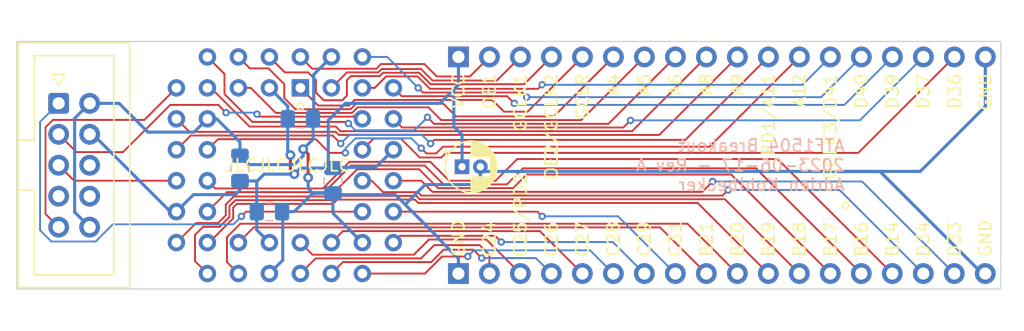
<source format=kicad_pcb>
(kicad_pcb (version 20221018) (generator pcbnew)
  (title_block (title "ATF1504 PLCC44 Breakout") (date "2023-06-17") (rev "A") (comment 2 "https://github.com/adrienkohlbecker/atf1504_plcc44_breakout") (comment 3 "Licensed under CERN-OHL-W v2") (comment 4 "Copyright © Adrien Kohlbecker"))
  (layers (0 "F.Cu" signal) (31 "B.Cu" signal) (34 "B.Paste" user) (35 "F.Paste" user) (36 "B.SilkS" user "B.Silkscreen") (37 "F.SilkS" user "F.Silkscreen") (38 "B.Mask" user) (39 "F.Mask" user) (44 "Edge.Cuts" user))
  (net 0 "")
  (net 1 "VCC")
  (net 2 "GND")
  (net 3 "/JTAG_TCK")
  (net 4 "/JTAG_TDO")
  (net 5 "/JTAG_TMS")
  (net 9 "/JTAG_TDI")
  (net 10 "/I{slash}OE1")
  (net 11 "/I{slash}GCLK1")
  (net 12 "/D41{slash}GCLK3")
  (net 13 "/D40")
  (net 14 "/D39")
  (net 15 "/D37")
  (net 16 "/D36")
  (net 17 "/D34")
  (net 18 "/D33")
  (net 19 "/C31")
  (net 20 "/C29")
  (net 21 "/C28")
  (net 22 "/C27")
  (net 23 "/C26")
  (net 24 "/C25{slash}PD2")
  (net 25 "/C24")
  (net 26 "/I{slash}GCLR")
  (net 27 "/I{slash}OE2{slash}GCLK2")
  (net 28 "/A4")
  (net 29 "/A5")
  (net 30 "/A6")
  (net 31 "/A8")
  (net 32 "/A9")
  (net 33 "/A11{slash}PD1")
  (net 34 "/A12")
  (net 35 "/B14")
  (net 36 "/B16")
  (net 37 "/B17")
  (net 38 "/B18")
  (net 39 "/B19")
  (net 40 "/B20")
  (net 41 "/B21")
  (footprint "Capacitor_THT:CP_Radial_D4.0mm_P1.50mm" (layer "F.Cu") (at 129.833401 62.357)
    (fp_text reference "C1" hide)
    (fp_text value "10u")
    (pad "1" thru_hole rect (at 0 0) (size 1.2 1.2) (drill 0.6) (layers "*.Cu" "*.Mask") (net 1 "VCC"))
    (pad "2" thru_hole circle (at 1.5 0) (size 1.2 1.2) (drill 0.6) (layers "*.Cu" "*.Mask") (net 2 "GND"))
  )
  (footprint "Package_LCC:PLCC-44_THT-Socket" (layer "F.Cu") (at 116.586 55.88)
    (fp_text reference "U1" hide)
    (fp_text value "ATF1504AS-xJx44")
    (pad "1" thru_hole rect (at 0 0) (size 1.4224 1.4224) (drill 0.8) (layers "*.Cu" "*.Mask") (net 26 "/I{slash}GCLR"))
    (pad "2" thru_hole circle (at -2.54 -2.54) (size 1.4224 1.4224) (drill 0.8) (layers "*.Cu" "*.Mask") (net 27 "/I{slash}OE2{slash}GCLK2"))
    (pad "3" thru_hole circle (at -2.54 0) (size 1.4224 1.4224) (drill 0.8) (layers "*.Cu" "*.Mask") (net 1 "VCC") (clearance 0.127))
    (pad "4" thru_hole circle (at -5.08 -2.54) (size 1.4224 1.4224) (drill 0.8) (layers "*.Cu" "*.Mask") (net 28 "/A4"))
    (pad "5" thru_hole circle (at -5.08 0) (size 1.4224 1.4224) (drill 0.8) (layers "*.Cu" "*.Mask") (net 29 "/A5"))
    (pad "6" thru_hole circle (at -7.62 -2.54) (size 1.4224 1.4224) (drill 0.8) (layers "*.Cu" "*.Mask") (net 30 "/A6"))
    (pad "7" thru_hole circle (at -10.16 0) (size 1.4224 1.4224) (drill 0.8) (layers "*.Cu" "*.Mask") (net 9 "/JTAG_TDI"))
    (pad "8" thru_hole circle (at -7.62 0) (size 1.4224 1.4224) (drill 0.8) (layers "*.Cu" "*.Mask") (net 31 "/A8"))
    (pad "9" thru_hole circle (at -10.16 2.54) (size 1.4224 1.4224) (drill 0.8) (layers "*.Cu" "*.Mask") (net 32 "/A9"))
    (pad "10" thru_hole circle (at -7.62 2.54) (size 1.4224 1.4224) (drill 0.8) (layers "*.Cu" "*.Mask") (net 2 "GND"))
    (pad "11" thru_hole circle (at -10.16 5.08) (size 1.4224 1.4224) (drill 0.8) (layers "*.Cu" "*.Mask") (net 33 "/A11{slash}PD1"))
    (pad "12" thru_hole circle (at -7.62 5.08) (size 1.4224 1.4224) (drill 0.8) (layers "*.Cu" "*.Mask") (net 34 "/A12"))
    (pad "13" thru_hole circle (at -10.16 7.62) (size 1.4224 1.4224) (drill 0.8) (layers "*.Cu" "*.Mask") (net 5 "/JTAG_TMS"))
    (pad "14" thru_hole circle (at -7.62 7.62) (size 1.4224 1.4224) (drill 0.8) (layers "*.Cu" "*.Mask") (net 35 "/B14"))
    (pad "15" thru_hole circle (at -10.16 10.16) (size 1.4224 1.4224) (drill 0.8) (layers "*.Cu" "*.Mask") (net 1 "VCC"))
    (pad "16" thru_hole circle (at -7.62 10.16) (size 1.4224 1.4224) (drill 0.8) (layers "*.Cu" "*.Mask") (net 36 "/B16"))
    (pad "17" thru_hole circle (at -10.16 12.7) (size 1.4224 1.4224) (drill 0.8) (layers "*.Cu" "*.Mask") (net 37 "/B17"))
    (pad "18" thru_hole circle (at -7.62 15.24) (size 1.4224 1.4224) (drill 0.8) (layers "*.Cu" "*.Mask") (net 38 "/B18"))
    (pad "19" thru_hole circle (at -7.62 12.7) (size 1.4224 1.4224) (drill 0.8) (layers "*.Cu" "*.Mask") (net 39 "/B19"))
    (pad "20" thru_hole circle (at -5.08 15.24) (size 1.4224 1.4224) (drill 0.8) (layers "*.Cu" "*.Mask") (net 40 "/B20"))
    (pad "21" thru_hole circle (at -5.08 12.7) (size 1.4224 1.4224) (drill 0.8) (layers "*.Cu" "*.Mask") (net 41 "/B21"))
    (pad "22" thru_hole circle (at -2.54 15.24) (size 1.4224 1.4224) (drill 0.8) (layers "*.Cu" "*.Mask") (net 2 "GND"))
    (pad "23" thru_hole circle (at -2.54 12.7) (size 1.4224 1.4224) (drill 0.8) (layers "*.Cu" "*.Mask") (net 1 "VCC"))
    (pad "24" thru_hole circle (at 0 15.24) (size 1.4224 1.4224) (drill 0.8) (layers "*.Cu" "*.Mask") (net 25 "/C24"))
    (pad "25" thru_hole circle (at 0 12.7) (size 1.4224 1.4224) (drill 0.8) (layers "*.Cu" "*.Mask") (net 24 "/C25{slash}PD2"))
    (pad "26" thru_hole circle (at 2.54 15.24) (size 1.4224 1.4224) (drill 0.8) (layers "*.Cu" "*.Mask") (net 23 "/C26"))
    (pad "27" thru_hole circle (at 2.54 12.7) (size 1.4224 1.4224) (drill 0.8) (layers "*.Cu" "*.Mask") (net 22 "/C27"))
    (pad "28" thru_hole circle (at 5.08 15.24) (size 1.4224 1.4224) (drill 0.8) (layers "*.Cu" "*.Mask") (net 21 "/C28"))
    (pad "29" thru_hole circle (at 7.62 12.7) (size 1.4224 1.4224) (drill 0.8) (layers "*.Cu" "*.Mask") (net 20 "/C29"))
    (pad "30" thru_hole circle (at 5.08 12.7) (size 1.4224 1.4224) (drill 0.8) (layers "*.Cu" "*.Mask") (net 2 "GND") (clearance 0.1397))
    (pad "31" thru_hole circle (at 7.62 10.16) (size 1.4224 1.4224) (drill 0.8) (layers "*.Cu" "*.Mask") (net 19 "/C31"))
    (pad "32" thru_hole circle (at 5.08 10.16) (size 1.4224 1.4224) (drill 0.8) (layers "*.Cu" "*.Mask") (net 3 "/JTAG_TCK"))
    (pad "33" thru_hole circle (at 7.62 7.62) (size 1.4224 1.4224) (drill 0.8) (layers "*.Cu" "*.Mask") (net 18 "/D33"))
    (pad "34" thru_hole circle (at 5.08 7.62) (size 1.4224 1.4224) (drill 0.8) (layers "*.Cu" "*.Mask") (net 17 "/D34"))
    (pad "35" thru_hole circle (at 7.62 5.08) (size 1.4224 1.4224) (drill 0.8) (layers "*.Cu" "*.Mask") (net 1 "VCC") (clearance 0.127))
    (pad "36" thru_hole circle (at 5.08 5.08) (size 1.4224 1.4224) (drill 0.8) (layers "*.Cu" "*.Mask") (net 16 "/D36"))
    (pad "37" thru_hole circle (at 7.62 2.54) (size 1.4224 1.4224) (drill 0.8) (layers "*.Cu" "*.Mask") (net 15 "/D37"))
    (pad "38" thru_hole circle (at 5.08 2.54) (size 1.4224 1.4224) (drill 0.8) (layers "*.Cu" "*.Mask") (net 4 "/JTAG_TDO"))
    (pad "39" thru_hole circle (at 7.62 0) (size 1.4224 1.4224) (drill 0.8) (layers "*.Cu" "*.Mask") (net 14 "/D39"))
    (pad "40" thru_hole circle (at 5.08 -2.54) (size 1.4224 1.4224) (drill 0.8) (layers "*.Cu" "*.Mask") (net 13 "/D40"))
    (pad "41" thru_hole circle (at 5.08 0) (size 1.4224 1.4224) (drill 0.8) (layers "*.Cu" "*.Mask") (net 12 "/D41{slash}GCLK3"))
    (pad "42" thru_hole circle (at 2.54 -2.54) (size 1.4224 1.4224) (drill 0.8) (layers "*.Cu" "*.Mask") (net 2 "GND") (clearance 0.127))
    (pad "43" thru_hole circle (at 2.54 0) (size 1.4224 1.4224) (drill 0.8) (layers "*.Cu" "*.Mask") (net 11 "/I{slash}GCLK1"))
    (pad "44" thru_hole circle (at 0 -2.54) (size 1.4224 1.4224) (drill 0.8) (layers "*.Cu" "*.Mask") (net 10 "/I{slash}OE1"))
  )
  (footprint "Connector_IDC:IDC-Header_2x05_P2.54mm_Vertical" (layer "F.Cu") (at 96.774 57.15)
    (fp_text reference "J1" hide)
    (fp_text value "Atmel-JTAG-10")
    (pad "1" thru_hole roundrect (at 0 0) (size 1.7 1.7) (drill 1) (layers "*.Cu" "*.Mask") (roundrect_rratio 0.1470588235) (net 3 "/JTAG_TCK"))
    (pad "2" thru_hole circle (at 2.54 0) (size 1.7 1.7) (drill 1) (layers "*.Cu" "*.Mask") (net 2 "GND"))
    (pad "3" thru_hole circle (at 0 2.54) (size 1.7 1.7) (drill 1) (layers "*.Cu" "*.Mask") (net 4 "/JTAG_TDO"))
    (pad "4" thru_hole circle (at 2.54 2.54) (size 1.7 1.7) (drill 1) (layers "*.Cu" "*.Mask") (net 1 "VCC"))
    (pad "5" thru_hole circle (at 0 5.08) (size 1.7 1.7) (drill 1) (layers "*.Cu" "*.Mask") (net 5 "/JTAG_TMS"))
    (pad "6" thru_hole circle (at 2.54 5.08) (size 1.7 1.7) (drill 1) (layers "*.Cu" "*.Mask"))
    (pad "7" thru_hole circle (at 0 7.62) (size 1.7 1.7) (drill 1) (layers "*.Cu" "*.Mask"))
    (pad "8" thru_hole circle (at 2.54 7.62) (size 1.7 1.7) (drill 1) (layers "*.Cu" "*.Mask"))
    (pad "9" thru_hole circle (at 0 10.16) (size 1.7 1.7) (drill 1) (layers "*.Cu" "*.Mask") (net 9 "/JTAG_TDI"))
    (pad "10" thru_hole circle (at 2.54 10.16) (size 1.7 1.7) (drill 1) (layers "*.Cu" "*.Mask") (net 2 "GND"))
  )
  (footprint "Capacitor_SMD:C_0805_2012Metric_Pad1.18x1.45mm_HandSolder" (layer "B.Cu") (at 114.046 66.04)
    (fp_text reference "C3" hide)
    (fp_text value "100n")
    (pad "1" smd roundrect (at -1.0375 0) (size 1.175 1.45) (layers "B.Cu" "B.Paste" "B.Mask") (roundrect_rratio 0.2127659574) (net 1 "VCC"))
    (pad "2" smd roundrect (at 1.0375 0) (size 1.175 1.45) (layers "B.Cu" "B.Paste" "B.Mask") (roundrect_rratio 0.2127659574) (net 2 "GND"))
  )
  (footprint "Capacitor_SMD:C_0805_2012Metric_Pad1.18x1.45mm_HandSolder" (layer "B.Cu") (at 111.633 62.484 90)
    (fp_text reference "C2" hide)
    (fp_text value "100n")
    (pad "1" smd roundrect (at -1.0375 0 90) (size 1.175 1.45) (layers "B.Cu" "B.Paste" "B.Mask") (roundrect_rratio 0.2127659574) (net 1 "VCC"))
    (pad "2" smd roundrect (at 1.0375 0 90) (size 1.175 1.45) (layers "B.Cu" "B.Paste" "B.Mask") (roundrect_rratio 0.2127659574) (net 2 "GND"))
  )
  (footprint "Capacitor_SMD:C_0805_2012Metric_Pad1.18x1.45mm_HandSolder" (layer "B.Cu") (at 119.253 63.5 -90)
    (fp_text reference "C5" hide)
    (fp_text value "100n")
    (pad "1" smd roundrect (at -1.0375 0 270) (size 1.175 1.45) (layers "B.Cu" "B.Paste" "B.Mask") (roundrect_rratio 0.2127659574) (net 1 "VCC"))
    (pad "2" smd roundrect (at 1.0375 0 270) (size 1.175 1.45) (layers "B.Cu" "B.Paste" "B.Mask") (roundrect_rratio 0.2127659574) (net 2 "GND"))
  )
  (footprint "Connector_PinHeader_2.54mm:PinHeader_1x18_P2.54mm_Vertical" (layer "B.Cu") (at 129.535 71.12 -90)
    (fp_text reference "J2" hide)
    (fp_text value "Conn_01x18")
    (pad "1" thru_hole rect (at 0 0 270) (size 1.7 1.7) (drill 1) (layers "*.Cu" "*.Mask") (net 2 "GND"))
    (pad "2" thru_hole oval (at 0 -2.54 270) (size 1.7 1.7) (drill 1) (layers "*.Cu" "*.Mask") (net 25 "/C24"))
    (pad "3" thru_hole oval (at 0 -5.08 270) (size 1.7 1.7) (drill 1) (layers "*.Cu" "*.Mask") (net 24 "/C25{slash}PD2"))
    (pad "4" thru_hole oval (at 0 -7.62 270) (size 1.7 1.7) (drill 1) (layers "*.Cu" "*.Mask") (net 23 "/C26"))
    (pad "5" thru_hole oval (at 0 -10.16 270) (size 1.7 1.7) (drill 1) (layers "*.Cu" "*.Mask") (net 22 "/C27"))
    (pad "6" thru_hole oval (at 0 -12.7 270) (size 1.7 1.7) (drill 1) (layers "*.Cu" "*.Mask") (net 21 "/C28"))
    (pad "7" thru_hole oval (at 0 -15.24 270) (size 1.7 1.7) (drill 1) (layers "*.Cu" "*.Mask") (net 20 "/C29"))
    (pad "8" thru_hole oval (at 0 -17.78 270) (size 1.7 1.7) (drill 1) (layers "*.Cu" "*.Mask") (net 19 "/C31"))
    (pad "9" thru_hole oval (at 0 -20.32 270) (size 1.7 1.7) (drill 1) (layers "*.Cu" "*.Mask") (net 41 "/B21"))
    (pad "10" thru_hole oval (at 0 -22.86 270) (size 1.7 1.7) (drill 1) (layers "*.Cu" "*.Mask") (net 40 "/B20"))
    (pad "11" thru_hole oval (at 0 -25.4 270) (size 1.7 1.7) (drill 1) (layers "*.Cu" "*.Mask") (net 39 "/B19"))
    (pad "12" thru_hole oval (at 0 -27.94 270) (size 1.7 1.7) (drill 1) (layers "*.Cu" "*.Mask") (net 38 "/B18"))
    (pad "13" thru_hole oval (at 0 -30.48 270) (size 1.7 1.7) (drill 1) (layers "*.Cu" "*.Mask") (net 37 "/B17"))
    (pad "14" thru_hole oval (at 0 -33.02 270) (size 1.7 1.7) (drill 1) (layers "*.Cu" "*.Mask") (net 36 "/B16"))
    (pad "15" thru_hole oval (at 0 -35.56 270) (size 1.7 1.7) (drill 1) (layers "*.Cu" "*.Mask") (net 35 "/B14"))
    (pad "16" thru_hole oval (at 0 -38.1 270) (size 1.7 1.7) (drill 1) (layers "*.Cu" "*.Mask") (net 17 "/D34"))
    (pad "17" thru_hole oval (at 0 -40.64 270) (size 1.7 1.7) (drill 1) (layers "*.Cu" "*.Mask") (net 18 "/D33"))
    (pad "18" thru_hole oval (at 0 -43.18 270) (size 1.7 1.7) (drill 1) (layers "*.Cu" "*.Mask") (net 2 "GND"))
  )
  (footprint "Connector_PinHeader_2.54mm:PinHeader_1x18_P2.54mm_Vertical" (layer "B.Cu") (at 129.54 53.34 -90)
    (fp_text reference "J3" hide)
    (fp_text value "Conn_01x18")
    (pad "1" thru_hole rect (at 0 0 270) (size 1.7 1.7) (drill 1) (layers "*.Cu" "*.Mask") (net 1 "VCC"))
    (pad "2" thru_hole oval (at 0 -2.54 270) (size 1.7 1.7) (drill 1) (layers "*.Cu" "*.Mask") (net 10 "/I{slash}OE1"))
    (pad "3" thru_hole oval (at 0 -5.08 270) (size 1.7 1.7) (drill 1) (layers "*.Cu" "*.Mask") (net 11 "/I{slash}GCLK1"))
    (pad "4" thru_hole oval (at 0 -7.62 270) (size 1.7 1.7) (drill 1) (layers "*.Cu" "*.Mask") (net 27 "/I{slash}OE2{slash}GCLK2"))
    (pad "5" thru_hole oval (at 0 -10.16 270) (size 1.7 1.7) (drill 1) (layers "*.Cu" "*.Mask") (net 26 "/I{slash}GCLR"))
    (pad "6" thru_hole oval (at 0 -12.7 270) (size 1.7 1.7) (drill 1) (layers "*.Cu" "*.Mask") (net 28 "/A4"))
    (pad "7" thru_hole oval (at 0 -15.24 270) (size 1.7 1.7) (drill 1) (layers "*.Cu" "*.Mask") (net 29 "/A5"))
    (pad "8" thru_hole oval (at 0 -17.78 270) (size 1.7 1.7) (drill 1) (layers "*.Cu" "*.Mask") (net 30 "/A6"))
    (pad "9" thru_hole oval (at 0 -20.32 270) (size 1.7 1.7) (drill 1) (layers "*.Cu" "*.Mask") (net 31 "/A8"))
    (pad "10" thru_hole oval (at 0 -22.86 270) (size 1.7 1.7) (drill 1) (layers "*.Cu" "*.Mask") (net 32 "/A9"))
    (pad "11" thru_hole oval (at 0 -25.4 270) (size 1.7 1.7) (drill 1) (layers "*.Cu" "*.Mask") (net 33 "/A11{slash}PD1"))
    (pad "12" thru_hole oval (at 0 -27.94 270) (size 1.7 1.7) (drill 1) (layers "*.Cu" "*.Mask") (net 34 "/A12"))
    (pad "13" thru_hole oval (at 0 -30.48 270) (size 1.7 1.7) (drill 1) (layers "*.Cu" "*.Mask") (net 12 "/D41{slash}GCLK3"))
    (pad "14" thru_hole oval (at 0 -33.02 270) (size 1.7 1.7) (drill 1) (layers "*.Cu" "*.Mask") (net 13 "/D40"))
    (pad "15" thru_hole oval (at 0 -35.56 270) (size 1.7 1.7) (drill 1) (layers "*.Cu" "*.Mask") (net 14 "/D39"))
    (pad "16" thru_hole oval (at 0 -38.1 270) (size 1.7 1.7) (drill 1) (layers "*.Cu" "*.Mask") (net 15 "/D37"))
    (pad "17" thru_hole oval (at 0 -40.64 270) (size 1.7 1.7) (drill 1) (layers "*.Cu" "*.Mask") (net 16 "/D36"))
    (pad "18" thru_hole oval (at 0 -43.18 270) (size 1.7 1.7) (drill 1) (layers "*.Cu" "*.Mask") (net 2 "GND"))
  )
  (footprint "Capacitor_SMD:C_0805_2012Metric_Pad1.18x1.45mm_HandSolder" (layer "B.Cu") (at 116.586 58.42)
    (fp_text reference "C4" hide)
    (fp_text value "100n")
    (pad "1" smd roundrect (at -1.0375 0) (size 1.175 1.45) (layers "B.Cu" "B.Paste" "B.Mask") (roundrect_rratio 0.2127659574) (net 1 "VCC"))
    (pad "2" smd roundrect (at 1.0375 0) (size 1.175 1.45) (layers "B.Cu" "B.Paste" "B.Mask") (roundrect_rratio 0.2127659574) (net 2 "GND"))
  )
  (gr_circle (center 161.29 65.532) (end 161.544 65.532) (stroke (width 0.15)) (fill none) (layer "F.SilkS"))
  (gr_rect (start 93.345 52.07) (end 173.99 72.39) (stroke (width 0.1)) (fill none) (layer "Edge.Cuts"))
  (gr_text "ATF1504 Breakout\n2023-06-17 - Rev A\nAdrien Kohlbecker" (at 161.29 62.23) (layer "B.SilkS") (effects (font (size 1 1)) (justify left mirror)))
  (gr_text "A8" (at 149.86 54.61 90) (layer "F.SilkS") (effects (font (size 1 1)) (justify right)))
  (gr_text "A12" (at 157.48 54.61 90) (layer "F.SilkS") (effects (font (size 1 1)) (justify right)))
  (gr_text "OE1" (at 132.08 54.61 90) (layer "F.SilkS") (effects (font (size 1 1)) (justify right)))
  (gr_text "A4" (at 142.24 54.61 90) (layer "F.SilkS") (effects (font (size 1 1)) (justify right)))
  (gr_text "D33" (at 170.18 69.85 90) (layer "F.SilkS") (effects (font (size 1 1)) (justify left)))
  (gr_text "C27" (at 139.7 69.85 90) (layer "F.SilkS") (effects (font (size 1 1)) (justify left)))
  (gr_text "JLCJLCJLCJLC" (at 115.57 62.23) (layer "F.SilkS") (effects (font (size 1 1))))
  (gr_text "C25/PD2" (at 134.62 69.85 90) (layer "F.SilkS") (effects (font (size 1 1)) (justify left)))
  (gr_text "GCLR" (at 139.7 54.61 90) (layer "F.SilkS") (effects (font (size 1 1)) (justify right)))
  (gr_text "VCC" (at 129.54 54.61 90) (layer "F.SilkS") (effects (font (size 1 1)) (justify right)))
  (gr_text "B14" (at 165.1 69.85 90) (layer "F.SilkS") (effects (font (size 1 1)) (justify left)))
  (gr_text "C31" (at 147.32 69.85 90) (layer "F.SilkS") (effects (font (size 1 1)) (justify left)))
  (gr_text "C24" (at 132.08 69.85 90) (layer "F.SilkS") (effects (font (size 1 1)) (justify left)))
  (gr_text "GND" (at 172.72 54.61 90) (layer "F.SilkS") (effects (font (size 1 1)) (justify right)))
  (gr_text "OE2/GCLK2" (at 137.16 54.61 90) (layer "F.SilkS") (effects (font (size 1 1)) (justify right)))
  (gr_text "PD1/A11" (at 154.94 54.61 90) (layer "F.SilkS") (effects (font (size 1 1)) (justify right)))
  (gr_text "D37" (at 167.64 54.61 90) (layer "F.SilkS") (effects (font (size 1 1)) (justify right)))
  (gr_text "C28" (at 142.24 69.85 90) (layer "F.SilkS") (effects (font (size 1 1)) (justify left)))
  (gr_text "B20" (at 152.4 69.85 90) (layer "F.SilkS") (effects (font (size 1 1)) (justify left)))
  (gr_text "B16" (at 162.56 69.85 90) (layer "F.SilkS") (effects (font (size 1 1)) (justify left)))
  (gr_text "D39" (at 165.1 54.61 90) (layer "F.SilkS") (effects (font (size 1 1)) (justify right)))
  (gr_text "D36" (at 170.18 54.61 90) (layer "F.SilkS") (effects (font (size 1 1)) (justify right)))
  (gr_text "B21" (at 149.86 69.85 90) (layer "F.SilkS") (effects (font (size 1 1)) (justify left)))
  (gr_text "D34" (at 167.64 69.85 90) (layer "F.SilkS") (effects (font (size 1 1)) (justify left)))
  (gr_text "C29" (at 144.78 69.85 90) (layer "F.SilkS") (effects (font (size 1 1)) (justify left)))
  (gr_text "C26" (at 137.16 69.85 90) (layer "F.SilkS") (effects (font (size 1 1)) (justify left)))
  (gr_text "A6" (at 147.32 54.61 90) (layer "F.SilkS") (effects (font (size 1 1)) (justify right)))
  (gr_text "GND" (at 129.54 69.85 90) (layer "F.SilkS") (effects (font (size 1 1)) (justify left)))
  (gr_text "GND" (at 172.72 69.85 90) (layer "F.SilkS") (effects (font (size 1 1)) (justify left)))
  (gr_text "B18" (at 157.48 69.85 90) (layer "F.SilkS") (effects (font (size 1 1)) (justify left)))
  (gr_text "GCLK1" (at 134.62 54.61 90) (layer "F.SilkS") (effects (font (size 1 1)) (justify right)))
  (gr_text "A9" (at 152.4 54.61 90) (layer "F.SilkS") (effects (font (size 1 1)) (justify right)))
  (gr_text "B17" (at 160.02 69.85 90) (layer "F.SilkS") (effects (font (size 1 1)) (justify left)))
  (gr_text "A5" (at 144.78 54.61 90) (layer "F.SilkS") (effects (font (size 1 1)) (justify right)))
  (gr_text "B19" (at 154.94 69.85 90) (layer "F.SilkS") (effects (font (size 1 1)) (justify left)))
  (gr_text "GCLK3/D41" (at 160.02 54.61 90) (layer "F.SilkS") (effects (font (size 1 1)) (justify right)))
  (gr_text "D40" (at 162.56 54.61 90) (layer "F.SilkS") (effects (font (size 1 1)) (justify right)))
  (segment (start 115.767783 62.637277) (end 116.088723 62.958217) (width 0.254) (layer "F.Cu") (net 1))
  (segment (start 115.767783 61.397217) (end 115.767783 62.637277) (width 0.254) (layer "F.Cu") (net 1))
  (via (at 116.088723 62.958217) (size 0.8) (drill 0.4) (layers "F.Cu" "B.Cu") (net 1))
  (via (at 115.767783 61.397217) (size 0.8) (drill 0.4) (layers "F.Cu" "B.Cu") (net 1))
  (segment (start 115.5485 58.42) (end 115.5485 61.177934) (width 0.254) (layer "B.Cu") (net 1))
  (segment (start 113.0515 63.5215) (end 113.614783 62.958217) (width 0.254) (layer "B.Cu") (net 1))
  (segment (start 129.833401 59.729401) (end 129.159 59.055) (width 0.254) (layer "B.Cu") (net 1))
  (segment (start 113.614783 62.958217) (end 116.088723 62.958217) (width 0.254) (layer "B.Cu") (net 1))
  (segment (start 111.633 63.5215) (end 111.633 64.262) (width 0.254) (layer "B.Cu") (net 1))
  (segment (start 128.016 57.15) (end 120.269 57.15) (width 0.254) (layer "B.Cu") (net 1))
  (segment (start 116.58444 62.4625) (end 116.088723 62.958217) (width 0.254) (layer "B.Cu") (net 1))
  (segment (start 119.253 62.4625) (end 116.58444 62.4625) (width 0.254) (layer "B.Cu") (net 1))
  (segment (start 118.872 58.547) (end 118.872 62.0815) (width 0.254) (layer "B.Cu") (net 1))
  (segment (start 111.252 64.643) (end 107.823 64.643) (width 0.254) (layer "B.Cu") (net 1))
  (segment (start 122.7582 62.4078) (end 124.206 60.96) (width 0.254) (layer "B.Cu") (net 1))
  (segment (start 115.5485 57.3825) (end 114.046 55.88) (width 0.254) (layer "B.Cu") (net 1))
  (segment (start 129.833401 59.729401) (end 129.833401 62.357) (width 0.254) (layer "B.Cu") (net 1))
  (segment (start 115.5485 58.42) (end 115.5485 57.3825) (width 0.254) (layer "B.Cu") (net 1))
  (segment (start 120.269 57.15) (end 118.872 58.547) (width 0.254) (layer "B.Cu") (net 1))
  (segment (start 99.5775 59.69) (end 105.9275 66.04) (width 0.254) (layer "B.Cu") (net 1))
  (segment (start 113.0085 67.5425) (end 114.046 68.58) (width 0.254) (layer "B.Cu") (net 1))
  (segment (start 113.0085 66.04) (end 113.0085 67.5425) (width 0.254) (layer "B.Cu") (net 1))
  (segment (start 107.823 64.643) (end 106.426 66.04) (width 0.254) (layer "B.Cu") (net 1))
  (segment (start 113.0085 66.04) (end 113.0085 63.5645) (width 0.254) (layer "B.Cu") (net 1))
  (segment (start 129.54 55.626) (end 129.54 53.34) (width 0.254) (layer "B.Cu") (net 1))
  (segment (start 113.0085 63.5645) (end 113.0515 63.5215) (width 0.254) (layer "B.Cu") (net 1))
  (segment (start 111.633 64.262) (end 111.252 64.643) (width 0.254) (layer "B.Cu") (net 1))
  (segment (start 115.5485 61.177934) (end 115.767783 61.397217) (width 0.254) (layer "B.Cu") (net 1))
  (segment (start 111.633 63.5215) (end 113.0515 63.5215) (width 0.254) (layer "B.Cu") (net 1))
  (segment (start 129.54 55.626) (end 128.016 57.15) (width 0.254) (layer "B.Cu") (net 1))
  (segment (start 129.159 59.055) (end 129.159 56.007) (width 0.254) (layer "B.Cu") (net 1))
  (segment (start 119.3077 62.4078) (end 122.7582 62.4078) (width 0.254) (layer "B.Cu") (net 1))
  (segment (start 129.159 56.007) (end 129.54 55.626) (width 0.254) (layer "B.Cu") (net 1))
  (segment (start 117.221 63.246) (end 117.221 61.319041) (width 0.254) (layer "F.Cu") (net 2))
  (segment (start 117.221 61.319041) (end 116.81273 60.910771) (width 0.254) (layer "F.Cu") (net 2))
  (via (at 116.81273 60.910771) (size 0.8) (drill 0.4) (layers "F.Cu" "B.Cu") (net 2))
  (via (at 117.221 63.246) (size 0.8) (drill 0.4) (layers "F.Cu" "B.Cu") (net 2))
  (segment (start 109.728 58.42) (end 108.966 58.42) (width 0.254) (layer "B.Cu") (net 2))
  (segment (start 101.727 57.15) (end 104.0892 59.5122) (width 0.254) (layer "B.Cu") (net 2))
  (segment (start 131.333401 63.357599) (end 131.333401 62.357) (width 0.254) (layer "B.Cu") (net 2))
  (segment (start 98.083 66.079) (end 99.314 67.31) (width 0.254) (layer "B.Cu") (net 2))
  (segment (start 117.6235 58.42) (end 117.6235 60.100001) (width 0.254) (layer "B.Cu") (net 2))
  (segment (start 124.353604 64.643) (end 119.3585 64.643) (width 0.254) (layer "B.Cu") (net 2))
  (segment (start 116.81273 61.456064) (end 116.81273 60.910771) (width 0.254) (layer "B.Cu") (net 2))
  (segment (start 129.535 71.12) (end 129.535 69.8871) (width 0.254) (layer "B.Cu") (net 2))
  (segment (start 111.633 61.4465) (end 112.364217 62.177717) (width 0.254) (layer "B.Cu") (net 2))
  (segment (start 107.8738 59.5122) (end 108.966 58.42) (width 0.254) (layer "B.Cu") (net 2))
  (segment (start 117.221 64.135) (end 117.221 63.246) (width 0.254) (layer "B.Cu") (net 2))
  (segment (start 111.633 61.4465) (end 111.633 60.325) (width 0.254) (layer "B.Cu") (net 2))
  (segment (start 116.091077 62.177717) (end 116.81273 61.456064) (width 0.254) (layer "B.Cu") (net 2))
  (segment (start 117.6782 54.7878) (end 119.126 53.34) (width 0.254) (layer "B.Cu") (net 2))
  (segment (start 117.7075 64.5375) (end 117.6235 64.5375) (width 0.254) (layer "B.Cu") (net 2))
  (segment (start 127.889 68.2411) (end 127.889 68.178396) (width 0.254) (layer "B.Cu") (net 2))
  (segment (start 167.386 62.738) (end 172.72 57.404) (width 0.254) (layer "B.Cu") (net 2))
  (segment (start 119.253 64.5375) (end 119.253 66.167) (width 0.254) (layer "B.Cu") (net 2))
  (segment (start 111.633 60.325) (end 109.728 58.42) (width 0.254) (layer "B.Cu") (net 2))
  (segment (start 160.528 62.738) (end 167.386 62.738) (width 0.254) (layer "B.Cu") (net 2))
  (segment (start 129.535 69.8871) (end 127.889 68.2411) (width 0.254) (layer "B.Cu") (net 2))
  (segment (start 117.6235 64.5375) (end 117.221 64.135) (width 0.254) (layer "B.Cu") (net 2))
  (segment (start 99.314 57.15) (end 98.083 58.381) (width 0.254) (layer "B.Cu") (net 2))
  (segment (start 130.8735 63.8175) (end 131.333401 63.357599) (width 0.254) (layer "B.Cu") (net 2))
  (segment (start 125.168802 65.458198) (end 126.8095 63.8175) (width 0.254) (layer "B.Cu") (net 2))
  (segment (start 99.314 57.15) (end 101.727 57.15) (width 0.254) (layer "B.Cu") (net 2))
  (segment (start 172.466 71.12) (end 164.084 62.738) (width 0.254) (layer "B.Cu") (net 2))
  (segment (start 172.72 53.34) (end 172.72 57.404) (width 0.254) (layer "B.Cu") (net 2))
  (segment (start 98.083 58.381) (end 98.083 66.079) (width 0.254) (layer "B.Cu") (net 2))
  (segment (start 119.253 66.167) (end 121.666 68.58) (width 0.254) (layer "B.Cu") (net 2))
  (segment (start 127.889 68.178396) (end 125.168802 65.458198) (width 0.254) (layer "B.Cu") (net 2))
  (segment (start 117.6782 58.3653) (end 117.6782 54.7878) (width 0.254) (layer "B.Cu") (net 2))
  (segment (start 119.253 64.5375) (end 117.7075 64.5375) (width 0.254) (layer "B.Cu") (net 2))
  (segment (start 117.6235 60.100001) (end 116.81273 60.910771) (width 0.254) (layer "B.Cu") (net 2))
  (segment (start 112.364217 62.177717) (end 116.091077 62.177717) (width 0.254) (layer "B.Cu") (net 2))
  (segment (start 164.084 62.738) (end 162.56 62.738) (width 0.254) (layer "B.Cu") (net 2))
  (segment (start 115.1382 70.0278) (end 114.046 71.12) (width 0.254) (layer "B.Cu") (net 2))
  (segment (start 104.0892 59.5122) (end 107.8738 59.5122) (width 0.254) (layer "B.Cu") (net 2))
  (segment (start 160.528 62.738) (end 162.56 62.738) (width 0.254) (layer "B.Cu") (net 2))
  (segment (start 117.5805 64.5375) (end 116.078 66.04) (width 0.254) (layer "B.Cu") (net 2))
  (segment (start 131.333401 62.357) (end 131.714401 62.738) (width 0.254) (layer "B.Cu") (net 2))
  (segment (start 131.714401 62.738) (end 160.528 62.738) (width 0.254) (layer "B.Cu") (net 2))
  (segment (start 126.8095 63.8175) (end 130.8735 63.8175) (width 0.254) (layer "B.Cu") (net 2))
  (segment (start 125.168802 65.458198) (end 124.353604 64.643) (width 0.254) (layer "B.Cu") (net 2))
  (segment (start 115.1382 66.0947) (end 115.1382 70.0278) (width 0.254) (layer "B.Cu") (net 2))
  (segment (start 117.7075 64.5375) (end 117.5805 64.5375) (width 0.254) (layer "B.Cu") (net 2))
  (segment (start 116.078 66.04) (end 115.0835 66.04) (width 0.254) (layer "B.Cu") (net 2))
  (segment (start 112.141 66.04) (end 111.76 66.421) (width 0.1524) (layer "F.Cu") (net 3))
  (segment (start 121.666 66.04) (end 112.141 66.04) (width 0.1524) (layer "F.Cu") (net 3))
  (via (at 111.76 66.421) (size 0.6) (drill 0.3) (layers "F.Cu" "B.Cu") (net 3))
  (segment (start 99.802855 68.4902) (end 101.211655 67.0814) (width 0.1524) (layer "B.Cu") (net 3))
  (segment (start 95.25 58.674) (end 95.25 67.564) (width 0.1524) (layer "B.Cu") (net 3))
  (segment (start 96.774 57.15) (end 95.25 58.674) (width 0.1524) (layer "B.Cu") (net 3))
  (segment (start 101.211655 67.0814) (end 111.0996 67.0814) (width 0.1524) (layer "B.Cu") (net 3))
  (segment (start 95.25 67.564) (end 96.1762 68.4902) (width 0.1524) (layer "B.Cu") (net 3))
  (segment (start 96.1762 68.4902) (end 99.802855 68.4902) (width 0.1524) (layer "B.Cu") (net 3))
  (segment (start 111.0996 67.0814) (end 111.76 66.421) (width 0.1524) (layer "B.Cu") (net 3))
  (segment (start 98.2354 61.1514) (end 102.0436 61.1514) (width 0.1524) (layer "F.Cu") (net 4))
  (segment (start 96.774 59.69) (end 98.2354 61.1514) (width 0.1524) (layer "F.Cu") (net 4))
  (segment (start 121.124366 58.062903) (end 121.261097 58.062903) (width 0.1524) (layer "F.Cu") (net 4))
  (segment (start 113.231204 58.240204) (end 120.947064 58.240204) (width 0.1524) (layer "F.Cu") (net 4))
  (segment (start 105.918 57.277) (end 109.855 57.277) (width 0.1524) (layer "F.Cu") (net 4))
  (segment (start 120.947064 58.240204) (end 121.124366 58.062903) (width 0.1524) (layer "F.Cu") (net 4))
  (segment (start 109.855 57.277) (end 110.49 57.912) (width 0.1524) (layer "F.Cu") (net 4))
  (segment (start 102.0436 61.1514) (end 105.918 57.277) (width 0.1524) (layer "F.Cu") (net 4))
  (segment (start 113.03 58.039) (end 113.231204 58.240204) (width 0.1524) (layer "F.Cu") (net 4))
  (via (at 110.49 57.912) (size 0.6) (drill 0.3) (layers "F.Cu" "B.Cu") (net 4))
  (via (at 113.03 58.039) (size 0.6) (drill 0.3) (layers "F.Cu" "B.Cu") (net 4))
  (segment (start 112.903 57.912) (end 113.03 58.039) (width 0.1524) (layer "B.Cu") (net 4))
  (segment (start 110.49 57.912) (end 112.903 57.912) (width 0.1524) (layer "B.Cu") (net 4))
  (segment (start 96.774 62.23) (end 98.044 63.5) (width 0.1524) (layer "F.Cu") (net 5))
  (segment (start 98.044 63.5) (end 106.426 63.5) (width 0.1524) (layer "F.Cu") (net 5))
  (segment (start 95.6954 66.2314) (end 95.6954 59.1176) (width 0.1524) (layer "F.Cu") (net 9))
  (segment (start 96.3032 58.5098) (end 103.7962 58.5098) (width 0.1524) (layer "F.Cu") (net 9))
  (segment (start 96.774 67.31) (end 95.6954 66.2314) (width 0.1524) (layer "F.Cu") (net 9))
  (segment (start 95.6954 59.1176) (end 96.3032 58.5098) (width 0.1524) (layer "F.Cu") (net 9))
  (segment (start 103.7962 58.5098) (end 106.426 55.88) (width 0.1524) (layer "F.Cu") (net 9))
  (segment (start 127.761046 54.940699) (end 126.745046 53.924699) (width 0.1524) (layer "F.Cu") (net 10))
  (segment (start 122.809954 54.305699) (end 117.551699 54.305699) (width 0.1524) (layer "F.Cu") (net 10))
  (segment (start 123.190954 53.924699) (end 122.809954 54.305699) (width 0.1524) (layer "F.Cu") (net 10))
  (segment (start 126.745046 53.924699) (end 123.190954 53.924699) (width 0.1524) (layer "F.Cu") (net 10))
  (segment (start 117.551699 54.305699) (end 116.586 53.34) (width 0.1524) (layer "F.Cu") (net 10))
  (segment (start 132.08 53.34) (end 130.479301 54.940699) (width 0.1524) (layer "F.Cu") (net 10))
  (segment (start 130.479301 54.940699) (end 127.761046 54.940699) (width 0.1524) (layer "F.Cu") (net 10))
  (segment (start 119.126 55.88) (end 120.396 54.61) (width 0.1524) (layer "F.Cu") (net 11))
  (segment (start 123.24271 54.331598) (end 126.467598 54.331598) (width 0.1524) (layer "F.Cu") (net 11))
  (segment (start 132.686001 55.273999) (end 134.62 53.34) (width 0.1524) (layer "F.Cu") (net 11))
  (segment (start 126.467598 54.331598) (end 127.409999 55.273999) (width 0.1524) (layer "F.Cu") (net 11))
  (segment (start 122.964308 54.61) (end 123.24271 54.331598) (width 0.1524) (layer "F.Cu") (net 11))
  (segment (start 120.396 54.61) (end 122.964308 54.61) (width 0.1524) (layer "F.Cu") (net 11))
  (segment (start 127.409999 55.273999) (end 132.686001 55.273999) (width 0.1524) (layer "F.Cu") (net 11))
  (segment (start 127.203699 55.956699) (end 136.067301 55.956699) (width 0.1524) (layer "F.Cu") (net 12))
  (segment (start 121.666 55.88) (end 122.671788 55.88) (width 0.1524) (layer "F.Cu") (net 12))
  (segment (start 126.1872 54.9402) (end 127.203699 55.956699) (width 0.1524) (layer "F.Cu") (net 12))
  (segment (start 123.611588 54.9402) (end 126.1872 54.9402) (width 0.1524) (layer "F.Cu") (net 12))
  (segment (start 122.671788 55.88) (end 123.611588 54.9402) (width 0.1524) (layer "F.Cu") (net 12))
  (segment (start 136.067301 55.956699) (end 136.398 55.626) (width 0.1524) (layer "F.Cu") (net 12))
  (via (at 136.398 55.626) (size 0.6) (drill 0.3) (layers "F.Cu" "B.Cu") (net 12))
  (segment (start 157.734 55.626) (end 136.398 55.626) (width 0.1524) (layer "B.Cu") (net 12))
  (segment (start 160.02 53.34) (end 157.734 55.626) (width 0.1524) (layer "B.Cu") (net 12))
  (segment (start 126.238002 55.88) (end 126.619 56.261) (width 0.1524) (layer "F.Cu") (net 13))
  (segment (start 126.619 56.261) (end 134.74701 56.261) (width 0.1524) (layer "F.Cu") (net 13))
  (segment (start 134.74701 56.261) (end 135.128 56.64199) (width 0.1524) (layer "F.Cu") (net 13))
  (via (at 135.128 56.64199) (size 0.6) (drill 0.3) (layers "F.Cu" "B.Cu") (net 13))
  (via (at 126.238002 55.88) (size 0.6) (drill 0.3) (layers "F.Cu" "B.Cu") (net 13))
  (segment (start 159.25801 56.64199) (end 135.128 56.64199) (width 0.1524) (layer "B.Cu") (net 13))
  (segment (start 123.698002 53.34) (end 121.666 53.34) (width 0.1524) (layer "B.Cu") (net 13))
  (segment (start 126.238002 55.88) (end 123.698002 53.34) (width 0.1524) (layer "B.Cu") (net 13))
  (segment (start 162.56 53.34) (end 159.25801 56.64199) (width 0.1524) (layer "B.Cu") (net 13))
  (segment (start 133.527301 56.565301) (end 134.112 57.15) (width 0.1524) (layer "F.Cu") (net 14))
  (segment (start 124.891301 56.565301) (end 133.527301 56.565301) (width 0.1524) (layer "F.Cu") (net 14))
  (segment (start 124.206 55.88) (end 124.891301 56.565301) (width 0.1524) (layer "F.Cu") (net 14))
  (via (at 134.112 57.15) (size 0.6) (drill 0.3) (layers "F.Cu" "B.Cu") (net 14))
  (segment (start 161.163 57.277) (end 134.239 57.277) (width 0.1524) (layer "B.Cu") (net 14))
  (segment (start 134.239 57.277) (end 134.112 57.15) (width 0.1524) (layer "B.Cu") (net 14))
  (segment (start 165.1 53.34) (end 161.163 57.277) (width 0.1524) (layer "B.Cu") (net 14))
  (segment (start 124.918697 59.132697) (end 143.051303 59.132697) (width 0.1524) (layer "F.Cu") (net 15))
  (segment (start 124.206 58.42) (end 124.918697 59.132697) (width 0.1524) (layer "F.Cu") (net 15))
  (segment (start 143.051303 59.132697) (end 143.637 58.547) (width 0.1524) (layer "F.Cu") (net 15))
  (via (at 143.637 58.547) (size 0.6) (drill 0.3) (layers "F.Cu" "B.Cu") (net 15))
  (segment (start 162.433 58.547) (end 143.637 58.547) (width 0.1524) (layer "B.Cu") (net 15))
  (segment (start 167.64 53.34) (end 162.433 58.547) (width 0.1524) (layer "B.Cu") (net 15))
  (segment (start 121.666 60.96) (end 122.5804 60.0456) (width 0.1524) (layer "F.Cu") (net 16))
  (segment (start 128.143 61.595) (end 128.524 61.214) (width 0.1524) (layer "F.Cu") (net 16))
  (segment (start 162.306 61.214) (end 170.18 53.34) (width 0.1524) (layer "F.Cu") (net 16))
  (segment (start 122.5804 60.0456) (end 124.8156 60.0456) (width 0.1524) (layer "F.Cu") (net 16))
  (segment (start 128.524 61.214) (end 162.306 61.214) (width 0.1524) (layer "F.Cu") (net 16))
  (segment (start 124.8156 60.0456) (end 126.365 61.595) (width 0.1524) (layer "F.Cu") (net 16))
  (segment (start 126.365 61.595) (end 128.143 61.595) (width 0.1524) (layer "F.Cu") (net 16))
  (segment (start 151.180792 64.7192) (end 151.638 64.261992) (width 0.1524) (layer "F.Cu") (net 17))
  (segment (start 126.215592 64.4398) (end 126.494992 64.7192) (width 0.1524) (layer "F.Cu") (net 17))
  (segment (start 121.666 63.5) (end 122.428 63.5) (width 0.1524) (layer "F.Cu") (net 17))
  (segment (start 122.428 63.5) (end 123.3678 64.4398) (width 0.1524) (layer "F.Cu") (net 17))
  (segment (start 126.494992 64.7192) (end 151.180792 64.7192) (width 0.1524) (layer "F.Cu") (net 17))
  (segment (start 123.3678 64.4398) (end 126.215592 64.4398) (width 0.1524) (layer "F.Cu") (net 17))
  (via (at 151.638 64.261992) (size 0.6) (drill 0.3) (layers "F.Cu" "B.Cu") (net 17))
  (segment (start 167.635 71.12) (end 160.776992 64.261992) (width 0.1524) (layer "B.Cu") (net 17))
  (segment (start 160.776992 64.261992) (end 151.638 64.261992) (width 0.1524) (layer "B.Cu") (net 17))
  (segment (start 149.5171 64.4144) (end 150.368 63.5635) (width 0.1524) (layer "F.Cu") (net 18))
  (segment (start 126.492 63.5) (end 127.4064 64.4144) (width 0.1524) (layer "F.Cu") (net 18))
  (segment (start 127.4064 64.4144) (end 149.5171 64.4144) (width 0.1524) (layer "F.Cu") (net 18))
  (segment (start 124.206 63.5) (end 126.492 63.5) (width 0.1524) (layer "F.Cu") (net 18))
  (via (at 150.368 63.5635) (size 0.6) (drill 0.3) (layers "F.Cu" "B.Cu") (net 18))
  (segment (start 170.175 71.12) (end 162.6185 63.5635) (width 0.1524) (layer "B.Cu") (net 18))
  (segment (start 162.6185 63.5635) (end 150.368 63.5635) (width 0.1524) (layer "B.Cu") (net 18))
  (segment (start 124.206 66.04) (end 136.017 66.04) (width 0.1524) (layer "F.Cu") (net 19))
  (segment (start 136.017 66.04) (end 136.398 66.421) (width 0.1524) (layer "F.Cu") (net 19))
  (via (at 136.398 66.421) (size 0.6) (drill 0.3) (layers "F.Cu" "B.Cu") (net 19))
  (segment (start 142.616 66.421) (end 147.315 71.12) (width 0.1524) (layer "B.Cu") (net 19))
  (segment (start 136.398 66.421) (end 142.616 66.421) (width 0.1524) (layer "B.Cu") (net 19))
  (segment (start 124.206 68.58) (end 124.764301 68.021699) (width 0.1524) (layer "F.Cu") (net 20))
  (segment (start 124.764301 68.021699) (end 132.537699 68.021699) (width 0.1524) (layer "F.Cu") (net 20))
  (segment (start 132.537699 68.021699) (end 133.0483 68.5323) (width 0.1524) (layer "F.Cu") (net 20))
  (via (at 133.0483 68.5323) (size 0.6) (drill 0.3) (layers "F.Cu" "B.Cu") (net 20))
  (segment (start 142.1873 68.5323) (end 133.0483 68.5323) (width 0.1524) (layer "B.Cu") (net 20))
  (segment (start 144.775 71.12) (end 142.1873 68.5323) (width 0.1524) (layer "B.Cu") (net 20))
  (segment (start 128.192346 69.723) (end 130.295498 69.723) (width 0.1524) (layer "F.Cu") (net 21))
  (segment (start 126.795346 71.12) (end 128.192346 69.723) (width 0.1524) (layer "F.Cu") (net 21))
  (segment (start 130.295498 69.723) (end 130.302 69.716498) (width 0.1524) (layer "F.Cu") (net 21))
  (segment (start 121.666 71.12) (end 126.795346 71.12) (width 0.1524) (layer "F.Cu") (net 21))
  (via (at 130.302 69.716498) (size 0.6) (drill 0.3) (layers "F.Cu" "B.Cu") (net 21))
  (segment (start 142.235 71.12) (end 140.33 69.215) (width 0.1524) (layer "B.Cu") (net 21))
  (segment (start 140.33 69.215) (end 130.803498 69.215) (width 0.1524) (layer "B.Cu") (net 21))
  (segment (start 130.803498 69.215) (end 130.302 69.716498) (width 0.1524) (layer "B.Cu") (net 21))
  (segment (start 119.126 68.58) (end 120.0658 67.6402) (width 0.1524) (layer "F.Cu") (net 22))
  (segment (start 120.0658 67.6402) (end 136.2152 67.6402) (width 0.1524) (layer "F.Cu") (net 22))
  (segment (start 136.2152 67.6402) (end 139.695 71.12) (width 0.1524) (layer "F.Cu") (net 22))
  (segment (start 127.3048 70.1802) (end 128.324202 69.160798) (width 0.1524) (layer "F.Cu") (net 23))
  (segment (start 130.755798 69.160798) (end 131.445 69.85) (width 0.1524) (layer "F.Cu") (net 23))
  (segment (start 120.0658 70.1802) (end 127.3048 70.1802) (width 0.1524) (layer "F.Cu") (net 23))
  (segment (start 119.126 71.12) (end 120.0658 70.1802) (width 0.1524) (layer "F.Cu") (net 23))
  (segment (start 128.324202 69.160798) (end 130.755798 69.160798) (width 0.1524) (layer "F.Cu") (net 23))
  (via (at 131.445 69.85) (size 0.6) (drill 0.3) (layers "F.Cu" "B.Cu") (net 23))
  (segment (start 135.885 69.85) (end 131.445 69.85) (width 0.1524) (layer "B.Cu") (net 23))
  (segment (start 137.155 71.12) (end 135.885 69.85) (width 0.1524) (layer "B.Cu") (net 23))
  (segment (start 132.08 68.585) (end 134.615 71.12) (width 0.1524) (layer "F.Cu") (net 24))
  (segment (start 125.881402 69.571598) (end 127.127 68.326) (width 0.1524) (layer "F.Cu") (net 24))
  (segment (start 132.08 68.58) (end 132.08 68.585) (width 0.1524) (layer "F.Cu") (net 24))
  (segment (start 116.586 68.58) (end 117.577598 69.571598) (width 0.1524) (layer "F.Cu") (net 24))
  (segment (start 117.577598 69.571598) (end 125.881402 69.571598) (width 0.1524) (layer "F.Cu") (net 24))
  (segment (start 127.127 68.326) (end 131.826 68.326) (width 0.1524) (layer "F.Cu") (net 24))
  (segment (start 131.826 68.326) (end 132.08 68.58) (width 0.1524) (layer "F.Cu") (net 24))
  (segment (start 127.5557 68.7863) (end 131.2703 68.7863) (width 0.1524) (layer "F.Cu") (net 25))
  (segment (start 117.830101 69.875899) (end 126.466101 69.875899) (width 0.1524) (layer "F.Cu") (net 25))
  (segment (start 126.466101 69.875899) (end 127.5557 68.7863) (width 0.1524) (layer "F.Cu") (net 25))
  (segment (start 132.075 69.591) (end 132.075 71.12) (width 0.1524) (layer "F.Cu") (net 25))
  (segment (start 116.586 71.12) (end 117.830101 69.875899) (width 0.1524) (layer "F.Cu") (net 25))
  (segment (start 131.2703 68.7863) (end 132.075 69.591) (width 0.1524) (layer "F.Cu") (net 25))
  (segment (start 133.2707 57.8327) (end 132.307602 56.869602) (width 0.1524) (layer "F.Cu") (net 26))
  (segment (start 132.307602 56.869602) (end 121.026627 56.869602) (width 0.1524) (layer "F.Cu") (net 26))
  (segment (start 120.568928 57.327301) (end 118.033301 57.327301) (width 0.1524) (layer "F.Cu") (net 26))
  (segment (start 135.2073 57.8327) (end 133.2707 57.8327) (width 0.1524) (layer "F.Cu") (net 26))
  (segment (start 121.026627 56.869602) (end 120.568928 57.327301) (width 0.1524) (layer "F.Cu") (net 26))
  (segment (start 139.7 53.34) (end 135.2073 57.8327) (width 0.1524) (layer "F.Cu") (net 26))
  (segment (start 118.033301 57.327301) (end 116.586 55.88) (width 0.1524) (layer "F.Cu") (net 26))
  (segment (start 120.396 55.245) (end 120.396 56.515) (width 0.1524) (layer "F.Cu") (net 27))
  (segment (start 127.255646 55.5783) (end 126.313245 54.635899) (width 0.1524) (layer "F.Cu") (net 27))
  (segment (start 118.491 56.896) (end 117.856 56.261) (width 0.1524) (layer "F.Cu") (net 27))
  (segment (start 117.856 55.245) (end 117.221 54.61) (width 0.1524) (layer "F.Cu") (net 27))
  (segment (start 115.316 54.61) (end 114.046 53.34) (width 0.1524) (layer "F.Cu") (net 27))
  (segment (start 117.221 54.61) (end 115.316 54.61) (width 0.1524) (layer "F.Cu") (net 27))
  (segment (start 120.015 56.896) (end 118.491 56.896) (width 0.1524) (layer "F.Cu") (net 27))
  (segment (start 134.9217 55.5783) (end 127.255646 55.5783) (width 0.1524) (layer "F.Cu") (net 27))
  (segment (start 120.726699 54.914301) (end 120.396 55.245) (width 0.1524) (layer "F.Cu") (net 27))
  (segment (start 123.368755 54.635899) (end 123.090353 54.914301) (width 0.1524) (layer "F.Cu") (net 27))
  (segment (start 117.856 56.261) (end 117.856 55.245) (width 0.1524) (layer "F.Cu") (net 27))
  (segment (start 120.396 56.515) (end 120.015 56.896) (width 0.1524) (layer "F.Cu") (net 27))
  (segment (start 126.313245 54.635899) (end 123.368755 54.635899) (width 0.1524) (layer "F.Cu") (net 27))
  (segment (start 123.090353 54.914301) (end 120.726699 54.914301) (width 0.1524) (layer "F.Cu") (net 27))
  (segment (start 137.16 53.34) (end 134.9217 55.5783) (width 0.1524) (layer "F.Cu") (net 27))
  (segment (start 128.295899 57.175899) (end 129.339794 58.219794) (width 0.1524) (layer "F.Cu") (net 28))
  (segment (start 137.360206 58.219794) (end 142.24 53.34) (width 0.1524) (layer "F.Cu") (net 28))
  (segment (start 120.694974 57.631602) (end 121.150677 57.175899) (width 0.1524) (layer "F.Cu") (net 28))
  (segment (start 115.264701 56.717701) (end 116.178602 57.631602) (width 0.1524) (layer "F.Cu") (net 28))
  (segment (start 115.264701 55.574701) (end 115.264701 56.717701) (width 0.1524) (layer "F.Cu") (net 28))
  (segment (start 129.339794 58.219794) (end 137.360206 58.219794) (width 0.1524) (layer "F.Cu") (net 28))
  (segment (start 121.150677 57.175899) (end 128.295899 57.175899) (width 0.1524) (layer "F.Cu") (net 28))
  (segment (start 113.9698 54.2798) (end 115.264701 55.574701) (width 0.1524) (layer "F.Cu") (net 28))
  (segment (start 116.178602 57.631602) (end 120.694974 57.631602) (width 0.1524) (layer "F.Cu") (net 28))
  (segment (start 111.506 53.34) (end 112.4458 54.2798) (width 0.1524) (layer "F.Cu") (net 28))
  (segment (start 112.4458 54.2798) (end 113.9698 54.2798) (width 0.1524) (layer "F.Cu") (net 28))
  (segment (start 112.511788 55.88) (end 114.567691 57.935903) (width 0.1524) (layer "F.Cu") (net 29))
  (segment (start 139.595905 58.524095) (end 144.78 53.34) (width 0.1524) (layer "F.Cu") (net 29))
  (segment (start 127.0762 57.4802) (end 128.120095 58.524095) (width 0.1524) (layer "F.Cu") (net 29))
  (segment (start 114.567691 57.935903) (end 120.821019 57.935903) (width 0.1524) (layer "F.Cu") (net 29))
  (segment (start 120.821019 57.935903) (end 121.276722 57.4802) (width 0.1524) (layer "F.Cu") (net 29))
  (segment (start 111.506 55.88) (end 112.511788 55.88) (width 0.1524) (layer "F.Cu") (net 29))
  (segment (start 128.120095 58.524095) (end 139.595905 58.524095) (width 0.1524) (layer "F.Cu") (net 29))
  (segment (start 121.276722 57.4802) (end 127.0762 57.4802) (width 0.1524) (layer "F.Cu") (net 29))
  (segment (start 141.831604 58.828396) (end 147.32 53.34) (width 0.1524) (layer "F.Cu") (net 30))
  (segment (start 127 58.293) (end 127.535396 58.828396) (width 0.1524) (layer "F.Cu") (net 30))
  (segment (start 110.363 54.737) (end 110.363 56.388) (width 0.1524) (layer "F.Cu") (net 30))
  (segment (start 110.363 56.388) (end 112.649 58.674) (width 0.1524) (layer "F.Cu") (net 30))
  (segment (start 108.966 53.34) (end 110.363 54.737) (width 0.1524) (layer "F.Cu") (net 30))
  (segment (start 127.535396 58.828396) (end 141.831604 58.828396) (width 0.1524) (layer "F.Cu") (net 30))
  (segment (start 120.396 58.674) (end 120.523 58.801) (width 0.1524) (layer "F.Cu") (net 30))
  (segment (start 112.649 58.674) (end 120.396 58.674) (width 0.1524) (layer "F.Cu") (net 30))
  (via (at 120.523 58.801) (size 0.6) (drill 0.3) (layers "F.Cu" "B.Cu") (net 30))
  (via (at 127 58.293) (size 0.6) (drill 0.3) (layers "F.Cu" "B.Cu") (net 30))
  (segment (start 125.9332 59.3598) (end 121.0818 59.3598) (width 0.1524) (layer "B.Cu") (net 30))
  (segment (start 121.0818 59.3598) (end 120.523 58.801) (width 0.1524) (layer "B.Cu") (net 30))
  (segment (start 127 58.293) (end 125.9332 59.3598) (width 0.1524) (layer "B.Cu") (net 30))
  (segment (start 112.418879 59.055) (end 119.483121 59.055) (width 0.1524) (layer "F.Cu") (net 31))
  (segment (start 109.243879 55.88) (end 112.418879 59.055) (width 0.1524) (layer "F.Cu") (net 31))
  (segment (start 119.483121 59.055) (end 119.865119 59.436998) (width 0.1524) (layer "F.Cu") (net 31))
  (segment (start 119.865119 59.436998) (end 143.763002 59.436998) (width 0.1524) (layer "F.Cu") (net 31))
  (segment (start 143.763002 59.436998) (end 149.86 53.34) (width 0.1524) (layer "F.Cu") (net 31))
  (segment (start 106.426 58.42) (end 107.492301 59.486301) (width 0.1524) (layer "F.Cu") (net 32))
  (segment (start 107.492301 59.486301) (end 119.484076 59.486301) (width 0.1524) (layer "F.Cu") (net 32))
  (segment (start 119.484076 59.486301) (end 119.739074 59.741299) (width 0.1524) (layer "F.Cu") (net 32))
  (segment (start 119.739074 59.741299) (end 145.998701 59.741299) (width 0.1524) (layer "F.Cu") (net 32))
  (segment (start 145.998701 59.741299) (end 152.4 53.34) (width 0.1524) (layer "F.Cu") (net 32))
  (segment (start 106.426 60.96) (end 107.595398 59.790602) (width 0.1524) (layer "F.Cu") (net 33))
  (segment (start 154.94 53.34) (end 148.1328 60.1472) (width 0.1524) (layer "F.Cu") (net 33))
  (segment (start 127.5588 60.1472) (end 127.254 60.452) (width 0.1524) (layer "F.Cu") (net 33))
  (segment (start 148.1328 60.1472) (end 127.5588 60.1472) (width 0.1524) (layer "F.Cu") (net 33))
  (segment (start 107.595398 59.790602) (end 119.226602 59.790602) (width 0.1524) (layer "F.Cu") (net 33))
  (segment (start 119.226602 59.790602) (end 119.888 60.452) (width 0.1524) (layer "F.Cu") (net 33))
  (via (at 119.888 60.452) (size 0.6) (drill 0.3) (layers "F.Cu" "B.Cu") (net 33))
  (via (at 127.254 60.452) (size 0.6) (drill 0.3) (layers "F.Cu" "B.Cu") (net 33))
  (segment (start 126.517899 59.715899) (end 127.254 60.452) (width 0.1524) (layer "B.Cu") (net 33))
  (segment (start 120.624101 59.715899) (end 126.517899 59.715899) (width 0.1524) (layer "B.Cu") (net 33))
  (segment (start 119.888 60.452) (end 120.624101 59.715899) (width 0.1524) (layer "B.Cu") (net 33))
  (segment (start 128.27 60.706) (end 150.114 60.706) (width 0.1524) (layer "F.Cu") (net 34))
  (segment (start 118.975121 61.214) (end 120.269 61.214) (width 0.1524) (layer "F.Cu") (net 34))
  (segment (start 108.966 60.96) (end 109.831097 60.094903) (width 0.1524) (layer "F.Cu") (net 34))
  (segment (start 117.856024 60.094903) (end 118.975121 61.214) (width 0.1524) (layer "F.Cu") (net 34))
  (segment (start 126.9207 61.2617) (end 127.7143 61.2617) (width 0.1524) (layer "F.Cu") (net 34))
  (segment (start 127.7143 61.2617) (end 128.27 60.706) (width 0.1524) (layer "F.Cu") (net 34))
  (segment (start 109.831097 60.094903) (end 117.856024 60.094903) (width 0.1524) (layer "F.Cu") (net 34))
  (segment (start 126.492 60.833) (end 126.9207 61.2617) (width 0.1524) (layer "F.Cu") (net 34))
  (segment (start 150.114 60.706) (end 157.48 53.34) (width 0.1524) (layer "F.Cu") (net 34))
  (via (at 120.269 61.214) (size 0.6) (drill 0.3) (layers "F.Cu" "B.Cu") (net 34))
  (via (at 126.492 60.833) (size 0.6) (drill 0.3) (layers "F.Cu" "B.Cu") (net 34))
  (segment (start 120.269 60.856879) (end 120.269 61.214) (width 0.1524) (layer "B.Cu") (net 34))
  (segment (start 121.105679 60.0202) (end 120.269 60.856879) (width 0.1524) (layer "B.Cu") (net 34))
  (segment (start 126.492 60.833) (end 125.6792 60.0202) (width 0.1524) (layer "B.Cu") (net 34))
  (segment (start 125.6792 60.0202) (end 121.105679 60.0202) (width 0.1524) (layer "B.Cu") (net 34))
  (segment (start 118.420614 64.135) (end 120.604515 61.951099) (width 0.1524) (layer "F.Cu") (net 35))
  (segment (start 155.697 61.722) (end 165.095 71.12) (width 0.1524) (layer "F.Cu") (net 35))
  (segment (start 127.229099 61.951099) (end 128.778 63.5) (width 0.1524) (layer "F.Cu") (net 35))
  (segment (start 128.778 63.5) (end 132.575549 63.5) (width 0.1524) (layer "F.Cu") (net 35))
  (segment (start 109.601 64.135) (end 118.420614 64.135) (width 0.1524) (layer "F.Cu") (net 35))
  (segment (start 120.604515 61.951099) (end 127.229099 61.951099) (width 0.1524) (layer "F.Cu") (net 35))
  (segment (start 132.575549 63.5) (end 134.353549 61.722) (width 0.1524) (layer "F.Cu") (net 35))
  (segment (start 134.353549 61.722) (end 155.697 61.722) (width 0.1524) (layer "F.Cu") (net 35))
  (segment (start 108.966 63.5) (end 109.601 64.135) (width 0.1524) (layer "F.Cu") (net 35))
  (segment (start 108.966 66.04) (end 110.5662 64.4398) (width 0.1524) (layer "F.Cu") (net 36))
  (segment (start 110.5662 64.4398) (end 118.546866 64.4398) (width 0.1524) (layer "F.Cu") (net 36))
  (segment (start 120.730767 62.255899) (end 126.771899 62.255899) (width 0.1524) (layer "F.Cu") (net 36))
  (segment (start 153.919 62.484) (end 162.555 71.12) (width 0.1524) (layer "F.Cu") (net 36))
  (segment (start 128.3208 63.8048) (end 133.502275 63.8048) (width 0.1524) (layer "F.Cu") (net 36))
  (segment (start 126.771899 62.255899) (end 128.3208 63.8048) (width 0.1524) (layer "F.Cu") (net 36))
  (segment (start 134.823075 62.484) (end 153.919 62.484) (width 0.1524) (layer "F.Cu") (net 36))
  (segment (start 133.502275 63.8048) (end 134.823075 62.484) (width 0.1524) (layer "F.Cu") (net 36))
  (segment (start 118.546866 64.4398) (end 120.730767 62.255899) (width 0.1524) (layer "F.Cu") (net 36))
  (segment (start 109.832508 66.9798) (end 110.468698 66.34361) (width 0.1524) (layer "F.Cu") (net 37))
  (segment (start 110.468698 66.34361) (end 110.468698 65.45461) (width 0.1524) (layer "F.Cu") (net 37))
  (segment (start 135.128 62.992) (end 151.887 62.992) (width 0.1524) (layer "F.Cu") (net 37))
  (segment (start 127.8636 64.1096) (end 134.0104 64.1096) (width 0.1524) (layer "F.Cu") (net 37))
  (segment (start 111.128906 64.794402) (end 119.002905 64.794402) (width 0.1524) (layer "F.Cu") (net 37))
  (segment (start 151.887 62.992) (end 160.015 71.12) (width 0.1524) (layer "F.Cu") (net 37))
  (segment (start 106.426 68.58) (end 108.0262 66.9798) (width 0.1524) (layer "F.Cu") (net 37))
  (segment (start 121.236608 62.560699) (end 126.314699 62.560699) (width 0.1524) (layer "F.Cu") (net 37))
  (segment (start 126.314699 62.560699) (end 127.8636 64.1096) (width 0.1524) (layer "F.Cu") (net 37))
  (segment (start 108.0262 66.9798) (end 109.832508 66.9798) (width 0.1524) (layer "F.Cu") (net 37))
  (segment (start 119.002905 64.794402) (end 121.236608 62.560699) (width 0.1524) (layer "F.Cu") (net 37))
  (segment (start 134.0104 64.1096) (end 135.128 62.992) (width 0.1524) (layer "F.Cu") (net 37))
  (segment (start 110.468698 65.45461) (end 111.128906 64.794402) (width 0.1524) (layer "F.Cu") (net 37))
  (segment (start 107.95 67.945) (end 108.610899 67.284101) (width 0.1524) (layer "F.Cu") (net 38))
  (segment (start 151.379 65.024) (end 157.475 71.12) (width 0.1524) (layer "F.Cu") (net 38))
  (segment (start 107.95 70.104) (end 107.95 67.945) (width 0.1524) (layer "F.Cu") (net 38))
  (segment (start 126.36874 65.024) (end 151.379 65.024) (width 0.1524) (layer "F.Cu") (net 38))
  (segment (start 109.958553 67.284101) (end 110.772999 66.469655) (width 0.1524) (layer "F.Cu") (net 38))
  (segment (start 119.483054 64.7446) (end 126.08934 64.7446) (width 0.1524) (layer "F.Cu") (net 38))
  (segment (start 119.128951 65.098703) (end 119.483054 64.7446) (width 0.1524) (layer "F.Cu") (net 38))
  (segment (start 108.966 71.12) (end 107.95 70.104) (width 0.1524) (layer "F.Cu") (net 38))
  (segment (start 110.772999 66.469655) (end 110.772999 65.580655) (width 0.1524) (layer "F.Cu") (net 38))
  (segment (start 111.254951 65.098703) (end 119.128951 65.098703) (width 0.1524) (layer "F.Cu") (net 38))
  (segment (start 108.610899 67.284101) (end 109.958553 67.284101) (width 0.1524) (layer "F.Cu") (net 38))
  (segment (start 126.08934 64.7446) (end 126.36874 65.024) (width 0.1524) (layer "F.Cu") (net 38))
  (segment (start 110.772999 65.580655) (end 111.254951 65.098703) (width 0.1524) (layer "F.Cu") (net 38))
  (segment (start 110.084099 67.588901) (end 110.084805 67.588901) (width 0.1524) (layer "F.Cu") (net 39))
  (segment (start 109.522115 68.58) (end 109.522115 68.150885) (width 0.1524) (layer "F.Cu") (net 39))
  (segment (start 111.381203 65.403503) (end 119.255205 65.403503) (width 0.1524) (layer "F.Cu") (net 39))
  (segment (start 119.255205 65.403503) (end 119.609308 65.0494) (width 0.1524) (layer "F.Cu") (net 39))
  (segment (start 110.084805 67.588901) (end 111.077799 66.595907) (width 0.1524) (layer "F.Cu") (net 39))
  (segment (start 125.963088 65.0494) (end 126.242488 65.3288) (width 0.1524) (layer "F.Cu") (net 39))
  (segment (start 119.609308 65.0494) (end 125.963088 65.0494) (width 0.1524) (layer "F.Cu") (net 39))
  (segment (start 109.522115 68.150885) (end 110.084099 67.588901) (width 0.1524) (layer "F.Cu") (net 39))
  (segment (start 111.077799 65.706907) (end 111.381203 65.403503) (width 0.1524) (layer "F.Cu") (net 39))
  (segment (start 149.1438 65.3288) (end 154.935 71.12) (width 0.1524) (layer "F.Cu") (net 39))
  (segment (start 126.242488 65.3288) (end 149.1438 65.3288) (width 0.1524) (layer "F.Cu") (net 39))
  (segment (start 111.077799 66.595907) (end 111.077799 65.706907) (width 0.1524) (layer "F.Cu") (net 39))
  (segment (start 148.304602 67.029602) (end 152.395 71.12) (width 0.1524) (layer "F.Cu") (net 40))
  (segment (start 110.5662 68.1228) (end 111.659398 67.029602) (width 0.1524) (layer "F.Cu") (net 40))
  (segment (start 111.506 71.12) (end 110.5662 70.1802) (width 0.1524) (layer "F.Cu") (net 40))
  (segment (start 111.659398 67.029602) (end 148.304602 67.029602) (width 0.1524) (layer "F.Cu") (net 40))
  (segment (start 110.5662 70.1802) (end 110.5662 68.1228) (width 0.1524) (layer "F.Cu") (net 40))
  (segment (start 149.855 71.12) (end 146.068903 67.333903) (width 0.1524) (layer "F.Cu") (net 41))
  (segment (start 112.752097 67.333903) (end 111.506 68.58) (width 0.1524) (layer "F.Cu") (net 41))
  (segment (start 146.068903 67.333903) (end 112.752097 67.333903) (width 0.1524) (layer "F.Cu") (net 41))
)
</source>
